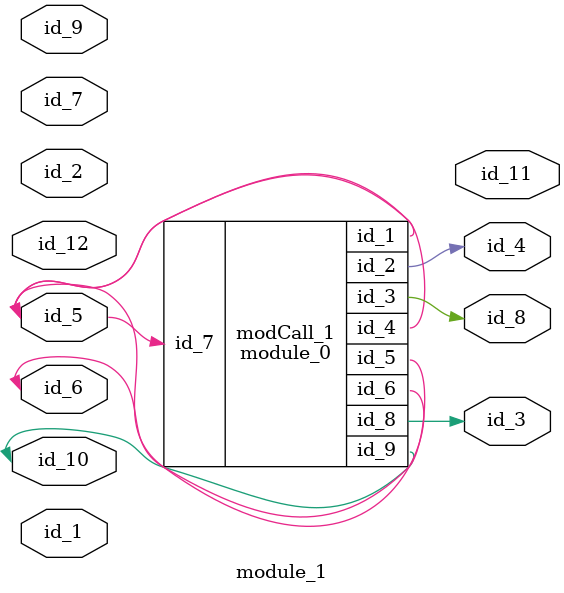
<source format=v>
module module_0 (
    id_1,
    id_2,
    id_3,
    id_4,
    id_5,
    id_6,
    id_7,
    id_8,
    id_9
);
  inout wire id_9;
  output wire id_8;
  input wire id_7;
  output wire id_6;
  output wire id_5;
  output wire id_4;
  output wire id_3;
  output wire id_2;
  inout wire id_1;
  assign id_6 = id_9;
endmodule
module module_1 (
    id_1,
    id_2,
    id_3,
    id_4,
    id_5,
    id_6,
    id_7,
    id_8,
    id_9,
    id_10,
    id_11,
    id_12
);
  input wire id_12;
  output wire id_11;
  inout wire id_10;
  input wire id_9;
  output wire id_8;
  module_0 modCall_1 (
      id_5,
      id_4,
      id_8,
      id_5,
      id_6,
      id_5,
      id_5,
      id_3,
      id_10
  );
  input wire id_7;
  inout wire id_6;
  inout wire id_5;
  output wire id_4;
  output wire id_3;
  inout wire id_2;
  inout wire id_1;
  wire id_13 = id_13;
endmodule

</source>
